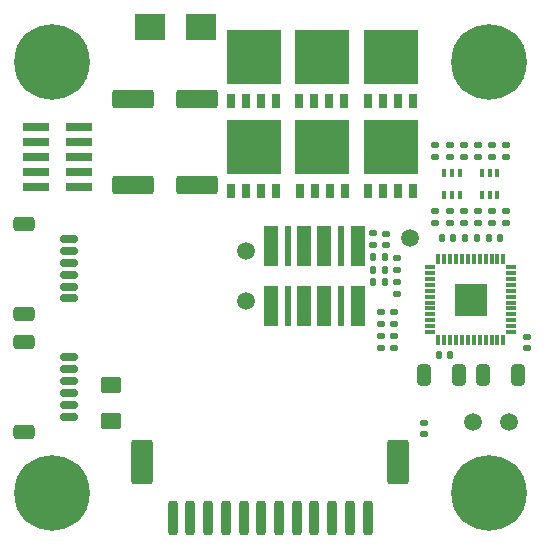
<source format=gbr>
%TF.GenerationSoftware,KiCad,Pcbnew,8.0.7*%
%TF.CreationDate,2025-04-07T22:13:35-04:00*%
%TF.ProjectId,motor-controller,6d6f746f-722d-4636-9f6e-74726f6c6c65,1*%
%TF.SameCoordinates,Original*%
%TF.FileFunction,Soldermask,Bot*%
%TF.FilePolarity,Negative*%
%FSLAX46Y46*%
G04 Gerber Fmt 4.6, Leading zero omitted, Abs format (unit mm)*
G04 Created by KiCad (PCBNEW 8.0.7) date 2025-04-07 22:13:35*
%MOMM*%
%LPD*%
G01*
G04 APERTURE LIST*
G04 Aperture macros list*
%AMRoundRect*
0 Rectangle with rounded corners*
0 $1 Rounding radius*
0 $2 $3 $4 $5 $6 $7 $8 $9 X,Y pos of 4 corners*
0 Add a 4 corners polygon primitive as box body*
4,1,4,$2,$3,$4,$5,$6,$7,$8,$9,$2,$3,0*
0 Add four circle primitives for the rounded corners*
1,1,$1+$1,$2,$3*
1,1,$1+$1,$4,$5*
1,1,$1+$1,$6,$7*
1,1,$1+$1,$8,$9*
0 Add four rect primitives between the rounded corners*
20,1,$1+$1,$2,$3,$4,$5,0*
20,1,$1+$1,$4,$5,$6,$7,0*
20,1,$1+$1,$6,$7,$8,$9,0*
20,1,$1+$1,$8,$9,$2,$3,0*%
G04 Aperture macros list end*
%ADD10C,3.600000*%
%ADD11C,6.400000*%
%ADD12RoundRect,0.140000X-0.170000X0.140000X-0.170000X-0.140000X0.170000X-0.140000X0.170000X0.140000X0*%
%ADD13R,2.200000X0.800000*%
%ADD14RoundRect,0.200000X-0.200000X-1.250000X0.200000X-1.250000X0.200000X1.250000X-0.200000X1.250000X0*%
%ADD15RoundRect,0.250000X-0.650000X-1.650000X0.650000X-1.650000X0.650000X1.650000X-0.650000X1.650000X0*%
%ADD16RoundRect,0.135000X0.185000X-0.135000X0.185000X0.135000X-0.185000X0.135000X-0.185000X-0.135000X0*%
%ADD17R,0.650000X1.150000*%
%ADD18R,4.600000X4.650000*%
%ADD19C,1.500000*%
%ADD20RoundRect,0.250000X-1.500000X-0.550000X1.500000X-0.550000X1.500000X0.550000X-1.500000X0.550000X0*%
%ADD21RoundRect,0.250000X-0.325000X-0.650000X0.325000X-0.650000X0.325000X0.650000X-0.325000X0.650000X0*%
%ADD22RoundRect,0.140000X0.140000X0.170000X-0.140000X0.170000X-0.140000X-0.170000X0.140000X-0.170000X0*%
%ADD23RoundRect,0.250001X-0.624999X0.462499X-0.624999X-0.462499X0.624999X-0.462499X0.624999X0.462499X0*%
%ADD24RoundRect,0.150000X0.625000X-0.150000X0.625000X0.150000X-0.625000X0.150000X-0.625000X-0.150000X0*%
%ADD25RoundRect,0.250000X0.650000X-0.350000X0.650000X0.350000X-0.650000X0.350000X-0.650000X-0.350000X0*%
%ADD26RoundRect,0.135000X-0.135000X-0.185000X0.135000X-0.185000X0.135000X0.185000X-0.135000X0.185000X0*%
%ADD27RoundRect,0.135000X-0.185000X0.135000X-0.185000X-0.135000X0.185000X-0.135000X0.185000X0.135000X0*%
%ADD28RoundRect,0.140000X0.170000X-0.140000X0.170000X0.140000X-0.170000X0.140000X-0.170000X-0.140000X0*%
%ADD29R,2.500000X2.300000*%
%ADD30R,1.200000X3.400000*%
%ADD31R,0.600000X3.400000*%
%ADD32RoundRect,0.100000X-0.100000X0.225000X-0.100000X-0.225000X0.100000X-0.225000X0.100000X0.225000X0*%
%ADD33R,0.300000X0.850000*%
%ADD34R,0.850000X0.300000*%
%ADD35R,2.800000X2.800000*%
%ADD36RoundRect,0.250000X0.325000X0.650000X-0.325000X0.650000X-0.325000X-0.650000X0.325000X-0.650000X0*%
G04 APERTURE END LIST*
D10*
%TO.C,H2*%
X228500000Y-129000000D03*
D11*
X228500000Y-129000000D03*
%TD*%
D10*
%TO.C,H1*%
X191500000Y-129000000D03*
D11*
X191500000Y-129000000D03*
%TD*%
D10*
%TO.C,H3*%
X191500000Y-165500000D03*
D11*
X191500000Y-165500000D03*
%TD*%
D10*
%TO.C,H4*%
X228500000Y-165500000D03*
D11*
X228500000Y-165500000D03*
%TD*%
D12*
%TO.C,C4*%
X231750000Y-152270000D03*
X231750000Y-153230000D03*
%TD*%
D13*
%TO.C,J6*%
X190180000Y-139540000D03*
X193820000Y-139540000D03*
X190180000Y-138270000D03*
X193820000Y-138270000D03*
X190180000Y-137000000D03*
X193820000Y-137000000D03*
X190180000Y-135730000D03*
X193820000Y-135730000D03*
X190180000Y-134460000D03*
X193820000Y-134460000D03*
%TD*%
D14*
%TO.C,J5*%
X201750000Y-167575000D03*
X203250000Y-167575000D03*
X204750000Y-167575000D03*
X206250000Y-167575000D03*
X207750000Y-167575000D03*
X209250000Y-167575000D03*
X210750000Y-167575000D03*
X212250000Y-167575000D03*
X213750000Y-167575000D03*
X215250000Y-167575000D03*
X216750000Y-167575000D03*
X218250000Y-167575000D03*
D15*
X199150000Y-162875000D03*
X220850000Y-162875000D03*
%TD*%
D16*
%TO.C,R38*%
X219350000Y-151159999D03*
X219350000Y-150140001D03*
%TD*%
D17*
%TO.C,Q3*%
X222104999Y-132300000D03*
X220835000Y-132300000D03*
X219565000Y-132300000D03*
X218295001Y-132300000D03*
D18*
X220200000Y-128600000D03*
%TD*%
D19*
%TO.C,TP3*%
X230200000Y-159500000D03*
%TD*%
D16*
%TO.C,R17*%
X219350000Y-153159999D03*
X219350000Y-152140001D03*
%TD*%
D17*
%TO.C,Q5*%
X210504999Y-132300000D03*
X209235000Y-132300000D03*
X207965000Y-132300000D03*
X206695001Y-132300000D03*
D18*
X208600000Y-128600000D03*
%TD*%
D20*
%TO.C,C23*%
X198400000Y-139400000D03*
X203800000Y-139400000D03*
%TD*%
D21*
%TO.C,C8*%
X228024999Y-155500000D03*
X230975001Y-155500000D03*
%TD*%
D17*
%TO.C,Q1*%
X216254998Y-132300000D03*
X214984999Y-132300000D03*
X213714999Y-132300000D03*
X212445000Y-132300000D03*
D18*
X214349999Y-128600000D03*
%TD*%
D22*
%TO.C,C7*%
X227480000Y-143900000D03*
X226520000Y-143900000D03*
%TD*%
D16*
%TO.C,R14*%
X225200000Y-137009999D03*
X225200000Y-135990001D03*
%TD*%
%TO.C,R10*%
X227600000Y-137009999D03*
X227600000Y-135990001D03*
%TD*%
D23*
%TO.C,F2*%
X196550000Y-156362500D03*
X196550000Y-159337500D03*
%TD*%
D24*
%TO.C,J1*%
X193000001Y-159000000D03*
X193000000Y-158000000D03*
X193000000Y-157000000D03*
X193000000Y-156000000D03*
X193000000Y-155000000D03*
X193000001Y-154000000D03*
D25*
X189125000Y-160300000D03*
X189125000Y-152700000D03*
%TD*%
D26*
%TO.C,R22*%
X218690001Y-145525000D03*
X219709999Y-145525000D03*
%TD*%
D27*
%TO.C,R9*%
X227600000Y-141590001D03*
X227600000Y-142609999D03*
%TD*%
%TO.C,R21*%
X218725000Y-143490001D03*
X218725000Y-144509999D03*
%TD*%
D17*
%TO.C,Q4*%
X222104999Y-139900000D03*
X220835000Y-139900000D03*
X219565000Y-139900000D03*
X218295001Y-139900000D03*
D18*
X220200000Y-136200000D03*
%TD*%
D28*
%TO.C,C11*%
X220500000Y-151129999D03*
X220500000Y-150169999D03*
%TD*%
D27*
%TO.C,R12*%
X224000000Y-141590001D03*
X224000000Y-142609999D03*
%TD*%
D24*
%TO.C,J3*%
X193000001Y-149000000D03*
X193000000Y-148000000D03*
X193000000Y-147000000D03*
X193000000Y-146000000D03*
X193000000Y-145000000D03*
X193000001Y-144000000D03*
D25*
X189125000Y-150300000D03*
X189125000Y-142700000D03*
%TD*%
D19*
%TO.C,TP4*%
X227200000Y-159500000D03*
%TD*%
D29*
%TO.C,D6*%
X204150001Y-126000000D03*
X199849999Y-126000000D03*
%TD*%
D27*
%TO.C,R23*%
X220725000Y-145540001D03*
X220725000Y-146559999D03*
%TD*%
D20*
%TO.C,C22*%
X198400000Y-132100000D03*
X203800000Y-132100000D03*
%TD*%
D22*
%TO.C,C9*%
X225480000Y-143900000D03*
X224520000Y-143900000D03*
%TD*%
D16*
%TO.C,R5*%
X226400000Y-137009999D03*
X226400000Y-135990001D03*
%TD*%
D30*
%TO.C,R27*%
X212900000Y-144600001D03*
X210100000Y-144600001D03*
D31*
X211500000Y-144600000D03*
X211500000Y-149600000D03*
D30*
X212900000Y-149599999D03*
X210100000Y-149599999D03*
%TD*%
D32*
%TO.C,D2*%
X224750000Y-138350000D03*
X225400000Y-138350001D03*
X226050000Y-138350000D03*
X226050000Y-140250000D03*
X225400000Y-140249999D03*
X224750000Y-140250000D03*
%TD*%
D27*
%TO.C,R2*%
X228800000Y-141590001D03*
X228800000Y-142609999D03*
%TD*%
D30*
%TO.C,R18*%
X217400000Y-144600001D03*
X214600000Y-144600001D03*
D31*
X216000000Y-144600000D03*
X216000000Y-149600000D03*
D30*
X217400000Y-149599999D03*
X214600000Y-149599999D03*
%TD*%
D19*
%TO.C,TP5*%
X221800000Y-143900000D03*
%TD*%
D16*
%TO.C,R11*%
X224000000Y-137009999D03*
X224000000Y-135990001D03*
%TD*%
%TO.C,R25*%
X220500000Y-153159999D03*
X220500000Y-152140001D03*
%TD*%
D19*
%TO.C,TP2*%
X207925000Y-149200000D03*
%TD*%
D26*
%TO.C,R26*%
X218690001Y-146575000D03*
X219709999Y-146575000D03*
%TD*%
D27*
%TO.C,R19*%
X220750000Y-147640001D03*
X220750000Y-148659999D03*
%TD*%
D19*
%TO.C,TP1*%
X207925000Y-145025000D03*
%TD*%
D27*
%TO.C,R13*%
X225200000Y-141590001D03*
X225200000Y-142609999D03*
%TD*%
D28*
%TO.C,C10*%
X219800000Y-144480000D03*
X219800000Y-143520000D03*
%TD*%
D16*
%TO.C,R1*%
X228800000Y-137009999D03*
X228800000Y-135990001D03*
%TD*%
D17*
%TO.C,Q6*%
X210504999Y-139900000D03*
X209235000Y-139900000D03*
X207965000Y-139900000D03*
X206695001Y-139900000D03*
D18*
X208600000Y-136200000D03*
%TD*%
D26*
%TO.C,R24*%
X218690001Y-147625000D03*
X219709999Y-147625000D03*
%TD*%
D33*
%TO.C,U1*%
X229750000Y-152525000D03*
X229250000Y-152525000D03*
X228750000Y-152525000D03*
X228250000Y-152525000D03*
X227750000Y-152525000D03*
X227250000Y-152525000D03*
X226750000Y-152525000D03*
X226250000Y-152525000D03*
X225750000Y-152525000D03*
X225250000Y-152525000D03*
X224750000Y-152525000D03*
X224250000Y-152525000D03*
D34*
X223575000Y-151850000D03*
X223575000Y-151350000D03*
X223575000Y-150850000D03*
X223575000Y-150350000D03*
X223575000Y-149850000D03*
X223575000Y-149350000D03*
X223575000Y-148850000D03*
X223575000Y-148350000D03*
X223575000Y-147850000D03*
X223575000Y-147350000D03*
X223575000Y-146850000D03*
X223575000Y-146350000D03*
D33*
X224250000Y-145675000D03*
X224750000Y-145675000D03*
X225250000Y-145675000D03*
X225750000Y-145675000D03*
X226250000Y-145675000D03*
X226750000Y-145675000D03*
X227250000Y-145675000D03*
X227750000Y-145675000D03*
X228250000Y-145675000D03*
X228750000Y-145675000D03*
X229250000Y-145675000D03*
X229750000Y-145675000D03*
D34*
X230425000Y-146350000D03*
X230425000Y-146850000D03*
X230425000Y-147350000D03*
X230425000Y-147850000D03*
X230425000Y-148350000D03*
X230425000Y-148850000D03*
X230425000Y-149350000D03*
X230425000Y-149850000D03*
X230425000Y-150350000D03*
X230425000Y-150850000D03*
X230425000Y-151350000D03*
X230425000Y-151850000D03*
D35*
X227000000Y-149100000D03*
%TD*%
D32*
%TO.C,D1*%
X227950000Y-138350000D03*
X228600000Y-138350001D03*
X229250000Y-138350000D03*
X229250000Y-140250000D03*
X228600000Y-140249999D03*
X227950000Y-140250000D03*
%TD*%
D22*
%TO.C,C6*%
X225230000Y-153750000D03*
X224270000Y-153750000D03*
%TD*%
D17*
%TO.C,Q2*%
X216304999Y-139900000D03*
X215035000Y-139900000D03*
X213765000Y-139900000D03*
X212495001Y-139900000D03*
D18*
X214400000Y-136200000D03*
%TD*%
D36*
%TO.C,C2*%
X225975001Y-155500000D03*
X223024999Y-155500000D03*
%TD*%
D12*
%TO.C,C16*%
X223000000Y-159520000D03*
X223000000Y-160480000D03*
%TD*%
D27*
%TO.C,R6*%
X226400000Y-141590001D03*
X226400000Y-142609999D03*
%TD*%
D22*
%TO.C,C1*%
X229480000Y-143900000D03*
X228520000Y-143900000D03*
%TD*%
D27*
%TO.C,R3*%
X230000000Y-141590001D03*
X230000000Y-142609999D03*
%TD*%
D16*
%TO.C,R4*%
X230000000Y-137009999D03*
X230000000Y-135990001D03*
%TD*%
M02*

</source>
